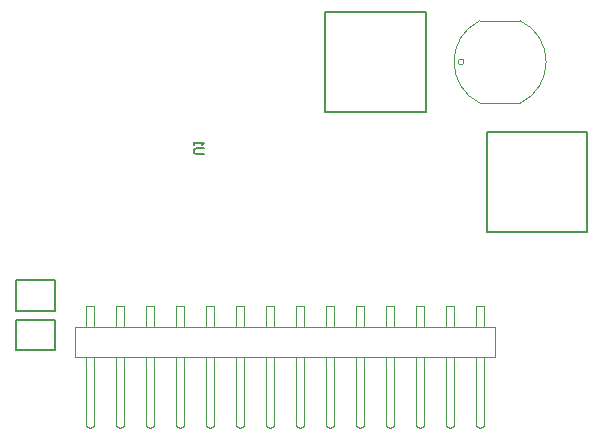
<source format=gbr>
%TF.GenerationSoftware,Altium Limited,Altium Designer,24.7.2 (38)*%
G04 Layer_Color=8388736*
%FSLAX43Y43*%
%MOMM*%
%TF.SameCoordinates,A6C98B59-F63B-4C8E-8392-574C2285590F*%
%TF.FilePolarity,Positive*%
%TF.FileFunction,Other,Bottom_3D_Body*%
%TF.Part,Single*%
G01*
G75*
%TA.AperFunction,NonConductor*%
%ADD35C,0.200*%
%ADD56C,0.100*%
%ADD58C,0.150*%
D35*
X33400Y20825D02*
Y29325D01*
X41900D01*
Y20825D02*
Y29325D01*
X33400Y20825D02*
X41900D01*
X7198Y6575D02*
X10498D01*
X7198Y3975D02*
Y6575D01*
Y3975D02*
X10498D01*
Y6575D01*
X55575Y10650D02*
Y19150D01*
X47075D02*
X55575D01*
X47075Y10650D02*
Y19150D01*
Y10650D02*
X55575D01*
X10475Y639D02*
Y3239D01*
X7175Y639D02*
X10475D01*
X7175D02*
Y3239D01*
X10475D01*
D56*
X45150Y25075D02*
G03*
X45150Y25075I-250J0D01*
G01*
X49900Y21575D02*
G03*
X49900Y28575I-1684J3500D01*
G01*
X46500D02*
G03*
X46500Y21575I1684J-3500D01*
G01*
X49900D01*
X46500Y28575D02*
X49900D01*
X13810Y2620D02*
Y4440D01*
X13170Y2620D02*
Y4440D01*
X13810D01*
X16350Y2620D02*
Y4440D01*
X15710Y2620D02*
Y4440D01*
X16350D01*
X18890Y2620D02*
Y4440D01*
X18250Y2620D02*
Y4440D01*
X18890D01*
X21430Y2620D02*
Y4440D01*
X20790Y2620D02*
Y4440D01*
X21430D01*
X23970Y2620D02*
Y4440D01*
X23330Y2620D02*
Y4440D01*
X23970D01*
X26510Y2620D02*
Y4440D01*
X25870Y2620D02*
Y4440D01*
X26510D01*
X29050Y2620D02*
Y4440D01*
X28410Y2620D02*
Y4440D01*
X29050D01*
X31590Y2620D02*
Y4440D01*
X30950Y2620D02*
Y4440D01*
X31590D01*
X34130Y2620D02*
Y4440D01*
X33490Y2620D02*
Y4440D01*
X34130D01*
X36670Y2620D02*
Y4440D01*
X36030Y2620D02*
Y4440D01*
X36670D01*
X39210Y2620D02*
Y4440D01*
X38570Y2620D02*
Y4440D01*
X39210D01*
X41750Y2620D02*
Y4440D01*
X41110Y2620D02*
Y4440D01*
X41750D01*
X44290Y2620D02*
Y4440D01*
X43650Y2620D02*
Y4440D01*
X44290D01*
X46190Y2620D02*
Y4440D01*
X46830Y2620D02*
Y4440D01*
X46190D02*
X46830D01*
X34130Y-5720D02*
Y80D01*
X33490Y-5720D02*
Y80D01*
X33810Y-5920D02*
X34130Y-5720D01*
X33490D02*
X33810Y-5920D01*
X29050Y-5720D02*
Y80D01*
X28410Y-5720D02*
Y80D01*
X28730Y-5920D02*
X29050Y-5720D01*
X28410D02*
X28730Y-5920D01*
X25870Y-5720D02*
X26190Y-5920D01*
X26510Y-5720D01*
X25870D02*
Y80D01*
X26510Y-5720D02*
Y80D01*
X23970Y-5720D02*
Y80D01*
X23330Y-5720D02*
Y80D01*
X23650Y-5920D02*
X23970Y-5720D01*
X23330D02*
X23650Y-5920D01*
X18890Y-5720D02*
Y80D01*
X18250Y-5720D02*
Y80D01*
X18570Y-5920D02*
X18890Y-5720D01*
X18250D02*
X18570Y-5920D01*
X12220Y2620D02*
X47780D01*
X12220Y80D02*
Y2620D01*
Y80D02*
X47780D01*
Y2620D01*
X15710Y-5720D02*
X16030Y-5920D01*
X16350Y-5720D01*
X15710D02*
Y80D01*
X16350Y-5720D02*
Y80D01*
X13810Y-5720D02*
Y80D01*
X13170Y-5720D02*
Y80D01*
X13490Y-5920D02*
X13810Y-5720D01*
X13170D02*
X13490Y-5920D01*
X20790Y-5720D02*
X21110Y-5920D01*
X21430Y-5720D01*
X20790D02*
Y80D01*
X21430Y-5720D02*
Y80D01*
X30950Y-5720D02*
X31270Y-5920D01*
X31590Y-5720D01*
X30950D02*
Y80D01*
X31590Y-5720D02*
Y80D01*
X36030Y-5720D02*
X36350Y-5920D01*
X36670Y-5720D01*
X36030D02*
Y80D01*
X36670Y-5720D02*
Y80D01*
X39210Y-5720D02*
Y80D01*
X38570Y-5720D02*
Y80D01*
X38890Y-5920D02*
X39210Y-5720D01*
X38570D02*
X38890Y-5920D01*
X41750Y-5720D02*
Y80D01*
X41110Y-5720D02*
Y80D01*
X41430Y-5920D02*
X41750Y-5720D01*
X41110D02*
X41430Y-5920D01*
X46190Y-5720D02*
X46510Y-5920D01*
X46830Y-5720D01*
X46190D02*
Y80D01*
X46830Y-5720D02*
Y80D01*
X43650Y-5720D02*
X43970Y-5920D01*
X44290Y-5720D01*
X43650D02*
Y80D01*
X44290Y-5720D02*
Y80D01*
D58*
X23107Y17246D02*
X22440D01*
X22307Y17379D01*
Y17646D01*
X22440Y17779D01*
X23107D01*
X22307Y18046D02*
Y18312D01*
Y18179D01*
X23107D01*
X22974Y18046D01*
%TF.MD5,1a0c268fa62a5542f55076ed8a1fe9e3*%
M02*

</source>
